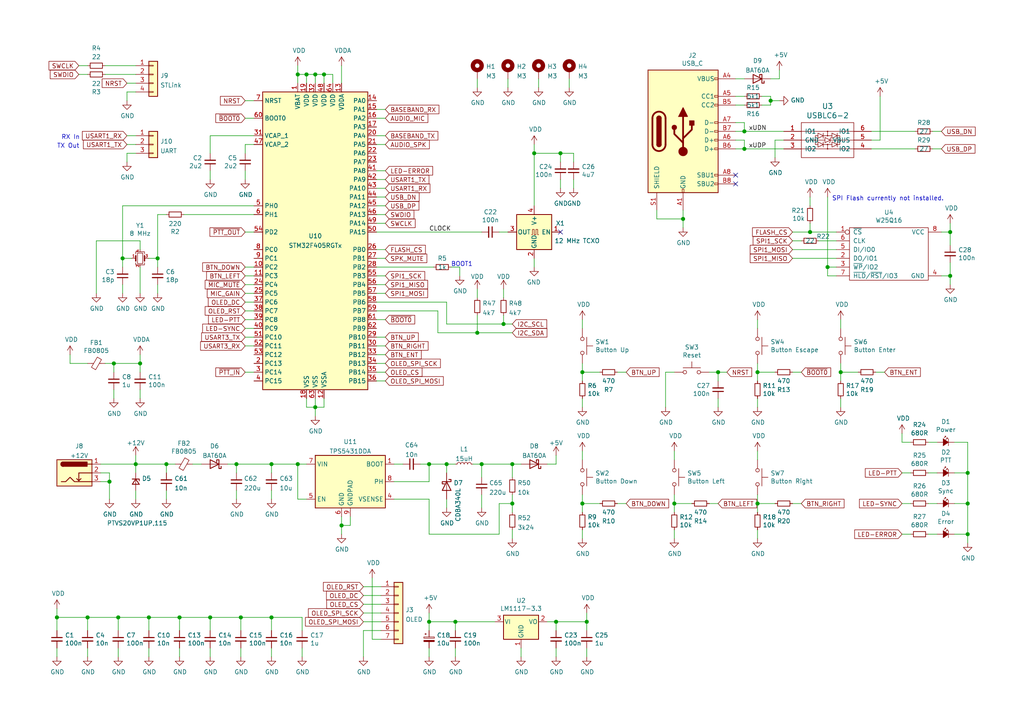
<source format=kicad_sch>
(kicad_sch (version 20210621) (generator eeschema)
  (paper "A4")
  (junction (at 16.51 179.07) (diameter 1.016))
  (junction (at 25.4 179.07) (diameter 1.016))
  (junction (at 31.75 139.7) (diameter 1.016))
  (junction (at 33.02 105.41) (diameter 1.016))
  (junction (at 34.29 179.07) (diameter 1.016))
  (junction (at 35.56 74.93) (diameter 1.016))
  (junction (at 39.37 134.62) (diameter 1.016))
  (junction (at 40.64 105.41) (diameter 1.016))
  (junction (at 43.18 179.07) (diameter 1.016))
  (junction (at 45.72 74.93) (diameter 1.016))
  (junction (at 48.26 134.62) (diameter 1.016))
  (junction (at 52.07 179.07) (diameter 1.016))
  (junction (at 60.96 179.07) (diameter 1.016))
  (junction (at 68.58 134.62) (diameter 1.016))
  (junction (at 69.85 179.07) (diameter 1.016))
  (junction (at 78.74 134.62) (diameter 1.016))
  (junction (at 78.74 179.07) (diameter 1.016))
  (junction (at 86.36 21.59) (diameter 1.016))
  (junction (at 86.36 134.62) (diameter 1.016))
  (junction (at 88.9 21.59) (diameter 1.016))
  (junction (at 91.44 21.59) (diameter 1.016))
  (junction (at 91.44 118.11) (diameter 1.016))
  (junction (at 93.98 21.59) (diameter 1.016))
  (junction (at 99.06 152.4) (diameter 1.016))
  (junction (at 124.46 134.62) (diameter 1.016))
  (junction (at 124.46 180.34) (diameter 1.016))
  (junction (at 129.54 134.62) (diameter 1.016))
  (junction (at 132.08 180.34) (diameter 1.016))
  (junction (at 138.43 96.52) (diameter 1.016))
  (junction (at 139.7 134.62) (diameter 1.016))
  (junction (at 146.05 93.98) (diameter 1.016))
  (junction (at 148.59 134.62) (diameter 1.016))
  (junction (at 148.59 146.05) (diameter 1.016))
  (junction (at 154.94 44.45) (diameter 1.016))
  (junction (at 161.29 180.34) (diameter 1.016))
  (junction (at 162.56 44.45) (diameter 1.016))
  (junction (at 168.91 107.95) (diameter 1.016))
  (junction (at 168.91 146.05) (diameter 1.016))
  (junction (at 170.18 180.34) (diameter 1.016))
  (junction (at 195.58 146.05) (diameter 1.016))
  (junction (at 198.12 63.5) (diameter 1.016))
  (junction (at 208.28 107.95) (diameter 1.016))
  (junction (at 215.9 38.1) (diameter 1.016))
  (junction (at 215.9 43.18) (diameter 1.016))
  (junction (at 219.71 107.95) (diameter 1.016))
  (junction (at 219.71 146.05) (diameter 1.016))
  (junction (at 223.52 29.21) (diameter 1.016))
  (junction (at 234.95 67.31) (diameter 1.016))
  (junction (at 240.03 77.47) (diameter 1.016))
  (junction (at 243.84 107.95) (diameter 1.016))
  (junction (at 275.59 67.31) (diameter 1.016))
  (junction (at 275.59 80.01) (diameter 1.016))
  (junction (at 280.67 137.16) (diameter 1.016))
  (junction (at 280.67 146.05) (diameter 1.016))
  (junction (at 280.67 154.94) (diameter 1.016))
  (no_connect (at 162.56 67.31))
  (no_connect (at 213.36 50.8))
  (no_connect (at 213.36 53.34))
  (wire (pts (xy 16.51 176.53) (xy 16.51 179.07)))
  (wire (pts (xy 16.51 179.07) (xy 25.4 179.07)))
  (wire (pts (xy 16.51 182.88) (xy 16.51 179.07)))
  (wire (pts (xy 16.51 187.96) (xy 16.51 190.5)))
  (wire (pts (xy 20.32 105.41) (xy 20.32 102.87)))
  (wire (pts (xy 25.4 19.05) (xy 22.86 19.05)))
  (wire (pts (xy 25.4 21.59) (xy 22.86 21.59)))
  (wire (pts (xy 25.4 105.41) (xy 20.32 105.41)))
  (wire (pts (xy 25.4 179.07) (xy 25.4 182.88)))
  (wire (pts (xy 25.4 179.07) (xy 34.29 179.07)))
  (wire (pts (xy 25.4 187.96) (xy 25.4 190.5)))
  (wire (pts (xy 27.94 69.85) (xy 27.94 85.09)))
  (wire (pts (xy 29.21 134.62) (xy 39.37 134.62)))
  (wire (pts (xy 29.21 137.16) (xy 31.75 137.16)))
  (wire (pts (xy 29.21 139.7) (xy 31.75 139.7)))
  (wire (pts (xy 30.48 19.05) (xy 39.37 19.05)))
  (wire (pts (xy 30.48 21.59) (xy 39.37 21.59)))
  (wire (pts (xy 30.48 105.41) (xy 33.02 105.41)))
  (wire (pts (xy 31.75 137.16) (xy 31.75 139.7)))
  (wire (pts (xy 31.75 139.7) (xy 31.75 144.78)))
  (wire (pts (xy 33.02 105.41) (xy 33.02 107.95)))
  (wire (pts (xy 33.02 105.41) (xy 40.64 105.41)))
  (wire (pts (xy 33.02 113.03) (xy 33.02 115.57)))
  (wire (pts (xy 34.29 179.07) (xy 34.29 182.88)))
  (wire (pts (xy 34.29 179.07) (xy 43.18 179.07)))
  (wire (pts (xy 34.29 187.96) (xy 34.29 190.5)))
  (wire (pts (xy 35.56 59.69) (xy 35.56 74.93)))
  (wire (pts (xy 35.56 59.69) (xy 73.66 59.69)))
  (wire (pts (xy 35.56 74.93) (xy 35.56 77.47)))
  (wire (pts (xy 35.56 74.93) (xy 38.1 74.93)))
  (wire (pts (xy 35.56 82.55) (xy 35.56 85.09)))
  (wire (pts (xy 36.83 26.67) (xy 36.83 29.21)))
  (wire (pts (xy 36.83 39.37) (xy 39.37 39.37)))
  (wire (pts (xy 36.83 41.91) (xy 39.37 41.91)))
  (wire (pts (xy 36.83 44.45) (xy 36.83 46.99)))
  (wire (pts (xy 39.37 24.13) (xy 36.83 24.13)))
  (wire (pts (xy 39.37 26.67) (xy 36.83 26.67)))
  (wire (pts (xy 39.37 44.45) (xy 36.83 44.45)))
  (wire (pts (xy 39.37 132.08) (xy 39.37 134.62)))
  (wire (pts (xy 39.37 134.62) (xy 39.37 137.16)))
  (wire (pts (xy 39.37 142.24) (xy 39.37 144.78)))
  (wire (pts (xy 40.64 69.85) (xy 27.94 69.85)))
  (wire (pts (xy 40.64 72.39) (xy 40.64 69.85)))
  (wire (pts (xy 40.64 77.47) (xy 40.64 85.09)))
  (wire (pts (xy 40.64 105.41) (xy 40.64 102.87)))
  (wire (pts (xy 40.64 105.41) (xy 40.64 107.95)))
  (wire (pts (xy 40.64 113.03) (xy 40.64 115.57)))
  (wire (pts (xy 43.18 74.93) (xy 45.72 74.93)))
  (wire (pts (xy 43.18 179.07) (xy 43.18 182.88)))
  (wire (pts (xy 43.18 179.07) (xy 52.07 179.07)))
  (wire (pts (xy 43.18 187.96) (xy 43.18 190.5)))
  (wire (pts (xy 45.72 62.23) (xy 45.72 74.93)))
  (wire (pts (xy 45.72 74.93) (xy 45.72 77.47)))
  (wire (pts (xy 45.72 82.55) (xy 45.72 85.09)))
  (wire (pts (xy 48.26 62.23) (xy 45.72 62.23)))
  (wire (pts (xy 48.26 134.62) (xy 39.37 134.62)))
  (wire (pts (xy 48.26 134.62) (xy 48.26 137.16)))
  (wire (pts (xy 48.26 142.24) (xy 48.26 144.78)))
  (wire (pts (xy 50.8 134.62) (xy 48.26 134.62)))
  (wire (pts (xy 52.07 179.07) (xy 52.07 182.88)))
  (wire (pts (xy 52.07 179.07) (xy 60.96 179.07)))
  (wire (pts (xy 52.07 187.96) (xy 52.07 190.5)))
  (wire (pts (xy 53.34 62.23) (xy 73.66 62.23)))
  (wire (pts (xy 55.88 134.62) (xy 58.42 134.62)))
  (wire (pts (xy 60.96 39.37) (xy 60.96 44.45)))
  (wire (pts (xy 60.96 39.37) (xy 73.66 39.37)))
  (wire (pts (xy 60.96 49.53) (xy 60.96 52.07)))
  (wire (pts (xy 60.96 179.07) (xy 60.96 182.88)))
  (wire (pts (xy 60.96 179.07) (xy 69.85 179.07)))
  (wire (pts (xy 60.96 187.96) (xy 60.96 190.5)))
  (wire (pts (xy 66.04 134.62) (xy 68.58 134.62)))
  (wire (pts (xy 68.58 134.62) (xy 68.58 137.16)))
  (wire (pts (xy 68.58 142.24) (xy 68.58 144.78)))
  (wire (pts (xy 69.85 179.07) (xy 69.85 182.88)))
  (wire (pts (xy 69.85 179.07) (xy 78.74 179.07)))
  (wire (pts (xy 69.85 187.96) (xy 69.85 190.5)))
  (wire (pts (xy 71.12 29.21) (xy 73.66 29.21)))
  (wire (pts (xy 71.12 34.29) (xy 73.66 34.29)))
  (wire (pts (xy 71.12 41.91) (xy 71.12 44.45)))
  (wire (pts (xy 71.12 41.91) (xy 73.66 41.91)))
  (wire (pts (xy 71.12 49.53) (xy 71.12 52.07)))
  (wire (pts (xy 71.12 67.31) (xy 73.66 67.31)))
  (wire (pts (xy 71.12 77.47) (xy 73.66 77.47)))
  (wire (pts (xy 71.12 80.01) (xy 73.66 80.01)))
  (wire (pts (xy 71.12 82.55) (xy 73.66 82.55)))
  (wire (pts (xy 71.12 85.09) (xy 73.66 85.09)))
  (wire (pts (xy 71.12 87.63) (xy 73.66 87.63)))
  (wire (pts (xy 71.12 90.17) (xy 73.66 90.17)))
  (wire (pts (xy 71.12 97.79) (xy 73.66 97.79)))
  (wire (pts (xy 71.12 100.33) (xy 73.66 100.33)))
  (wire (pts (xy 71.12 107.95) (xy 73.66 107.95)))
  (wire (pts (xy 73.66 92.71) (xy 71.12 92.71)))
  (wire (pts (xy 73.66 95.25) (xy 71.12 95.25)))
  (wire (pts (xy 78.74 134.62) (xy 68.58 134.62)))
  (wire (pts (xy 78.74 134.62) (xy 78.74 137.16)))
  (wire (pts (xy 78.74 142.24) (xy 78.74 144.78)))
  (wire (pts (xy 78.74 179.07) (xy 78.74 182.88)))
  (wire (pts (xy 78.74 179.07) (xy 87.63 179.07)))
  (wire (pts (xy 78.74 187.96) (xy 78.74 190.5)))
  (wire (pts (xy 86.36 21.59) (xy 86.36 19.05)))
  (wire (pts (xy 86.36 21.59) (xy 86.36 24.13)))
  (wire (pts (xy 86.36 134.62) (xy 78.74 134.62)))
  (wire (pts (xy 86.36 134.62) (xy 86.36 144.78)))
  (wire (pts (xy 86.36 144.78) (xy 88.9 144.78)))
  (wire (pts (xy 87.63 179.07) (xy 87.63 182.88)))
  (wire (pts (xy 87.63 187.96) (xy 87.63 190.5)))
  (wire (pts (xy 88.9 21.59) (xy 86.36 21.59)))
  (wire (pts (xy 88.9 24.13) (xy 88.9 21.59)))
  (wire (pts (xy 88.9 115.57) (xy 88.9 118.11)))
  (wire (pts (xy 88.9 118.11) (xy 91.44 118.11)))
  (wire (pts (xy 88.9 134.62) (xy 86.36 134.62)))
  (wire (pts (xy 91.44 21.59) (xy 88.9 21.59)))
  (wire (pts (xy 91.44 24.13) (xy 91.44 21.59)))
  (wire (pts (xy 91.44 115.57) (xy 91.44 118.11)))
  (wire (pts (xy 91.44 118.11) (xy 91.44 120.65)))
  (wire (pts (xy 91.44 118.11) (xy 93.98 118.11)))
  (wire (pts (xy 93.98 21.59) (xy 91.44 21.59)))
  (wire (pts (xy 93.98 24.13) (xy 93.98 21.59)))
  (wire (pts (xy 93.98 115.57) (xy 93.98 118.11)))
  (wire (pts (xy 96.52 21.59) (xy 93.98 21.59)))
  (wire (pts (xy 96.52 24.13) (xy 96.52 21.59)))
  (wire (pts (xy 99.06 19.05) (xy 99.06 24.13)))
  (wire (pts (xy 99.06 149.86) (xy 99.06 152.4)))
  (wire (pts (xy 99.06 152.4) (xy 99.06 154.94)))
  (wire (pts (xy 99.06 152.4) (xy 101.6 152.4)))
  (wire (pts (xy 101.6 152.4) (xy 101.6 149.86)))
  (wire (pts (xy 105.41 170.18) (xy 110.49 170.18)))
  (wire (pts (xy 105.41 172.72) (xy 110.49 172.72)))
  (wire (pts (xy 105.41 175.26) (xy 110.49 175.26)))
  (wire (pts (xy 105.41 177.8) (xy 110.49 177.8)))
  (wire (pts (xy 105.41 180.34) (xy 110.49 180.34)))
  (wire (pts (xy 105.41 182.88) (xy 105.41 190.5)))
  (wire (pts (xy 107.95 185.42) (xy 107.95 167.64)))
  (wire (pts (xy 109.22 31.75) (xy 111.76 31.75)))
  (wire (pts (xy 109.22 34.29) (xy 111.76 34.29)))
  (wire (pts (xy 109.22 39.37) (xy 111.76 39.37)))
  (wire (pts (xy 109.22 41.91) (xy 111.76 41.91)))
  (wire (pts (xy 109.22 49.53) (xy 111.76 49.53)))
  (wire (pts (xy 109.22 52.07) (xy 111.76 52.07)))
  (wire (pts (xy 109.22 54.61) (xy 111.76 54.61)))
  (wire (pts (xy 109.22 67.31) (xy 139.7 67.31)))
  (wire (pts (xy 109.22 74.93) (xy 111.76 74.93)))
  (wire (pts (xy 109.22 77.47) (xy 125.73 77.47)))
  (wire (pts (xy 109.22 80.01) (xy 111.76 80.01)))
  (wire (pts (xy 109.22 87.63) (xy 129.54 87.63)))
  (wire (pts (xy 109.22 90.17) (xy 127 90.17)))
  (wire (pts (xy 109.22 92.71) (xy 111.76 92.71)))
  (wire (pts (xy 109.22 97.79) (xy 111.76 97.79)))
  (wire (pts (xy 109.22 100.33) (xy 111.76 100.33)))
  (wire (pts (xy 109.22 102.87) (xy 111.76 102.87)))
  (wire (pts (xy 109.22 105.41) (xy 111.76 105.41)))
  (wire (pts (xy 109.22 107.95) (xy 111.76 107.95)))
  (wire (pts (xy 109.22 110.49) (xy 111.76 110.49)))
  (wire (pts (xy 110.49 182.88) (xy 105.41 182.88)))
  (wire (pts (xy 110.49 185.42) (xy 107.95 185.42)))
  (wire (pts (xy 111.76 57.15) (xy 109.22 57.15)))
  (wire (pts (xy 111.76 59.69) (xy 109.22 59.69)))
  (wire (pts (xy 111.76 62.23) (xy 109.22 62.23)))
  (wire (pts (xy 111.76 64.77) (xy 109.22 64.77)))
  (wire (pts (xy 111.76 72.39) (xy 109.22 72.39)))
  (wire (pts (xy 111.76 82.55) (xy 109.22 82.55)))
  (wire (pts (xy 111.76 85.09) (xy 109.22 85.09)))
  (wire (pts (xy 114.3 134.62) (xy 116.84 134.62)))
  (wire (pts (xy 114.3 139.7) (xy 124.46 139.7)))
  (wire (pts (xy 114.3 144.78) (xy 124.46 144.78)))
  (wire (pts (xy 124.46 134.62) (xy 121.92 134.62)))
  (wire (pts (xy 124.46 134.62) (xy 129.54 134.62)))
  (wire (pts (xy 124.46 139.7) (xy 124.46 134.62)))
  (wire (pts (xy 124.46 144.78) (xy 124.46 154.94)))
  (wire (pts (xy 124.46 154.94) (xy 144.78 154.94)))
  (wire (pts (xy 124.46 180.34) (xy 124.46 177.8)))
  (wire (pts (xy 124.46 180.34) (xy 124.46 182.88)))
  (wire (pts (xy 124.46 187.96) (xy 124.46 190.5)))
  (wire (pts (xy 127 90.17) (xy 127 96.52)))
  (wire (pts (xy 127 96.52) (xy 138.43 96.52)))
  (wire (pts (xy 129.54 87.63) (xy 129.54 93.98)))
  (wire (pts (xy 129.54 93.98) (xy 146.05 93.98)))
  (wire (pts (xy 129.54 134.62) (xy 129.54 137.16)))
  (wire (pts (xy 129.54 134.62) (xy 132.08 134.62)))
  (wire (pts (xy 129.54 144.78) (xy 129.54 147.32)))
  (wire (pts (xy 130.81 77.47) (xy 133.35 77.47)))
  (wire (pts (xy 132.08 180.34) (xy 124.46 180.34)))
  (wire (pts (xy 132.08 180.34) (xy 132.08 182.88)))
  (wire (pts (xy 132.08 187.96) (xy 132.08 190.5)))
  (wire (pts (xy 133.35 77.47) (xy 133.35 80.01)))
  (wire (pts (xy 137.16 134.62) (xy 139.7 134.62)))
  (wire (pts (xy 138.43 22.86) (xy 138.43 25.4)))
  (wire (pts (xy 138.43 83.82) (xy 138.43 86.36)))
  (wire (pts (xy 138.43 91.44) (xy 138.43 96.52)))
  (wire (pts (xy 138.43 96.52) (xy 148.59 96.52)))
  (wire (pts (xy 139.7 134.62) (xy 139.7 138.43)))
  (wire (pts (xy 139.7 134.62) (xy 148.59 134.62)))
  (wire (pts (xy 139.7 143.51) (xy 139.7 147.32)))
  (wire (pts (xy 143.51 180.34) (xy 132.08 180.34)))
  (wire (pts (xy 144.78 67.31) (xy 147.32 67.31)))
  (wire (pts (xy 144.78 146.05) (xy 148.59 146.05)))
  (wire (pts (xy 144.78 154.94) (xy 144.78 146.05)))
  (wire (pts (xy 146.05 83.82) (xy 146.05 86.36)))
  (wire (pts (xy 146.05 91.44) (xy 146.05 93.98)))
  (wire (pts (xy 146.05 93.98) (xy 148.59 93.98)))
  (wire (pts (xy 147.32 22.86) (xy 147.32 25.4)))
  (wire (pts (xy 148.59 134.62) (xy 148.59 138.43)))
  (wire (pts (xy 148.59 134.62) (xy 151.13 134.62)))
  (wire (pts (xy 148.59 146.05) (xy 148.59 143.51)))
  (wire (pts (xy 148.59 146.05) (xy 148.59 148.59)))
  (wire (pts (xy 148.59 153.67) (xy 148.59 156.21)))
  (wire (pts (xy 151.13 187.96) (xy 151.13 190.5)))
  (wire (pts (xy 154.94 44.45) (xy 154.94 41.91)))
  (wire (pts (xy 154.94 44.45) (xy 162.56 44.45)))
  (wire (pts (xy 154.94 59.69) (xy 154.94 44.45)))
  (wire (pts (xy 154.94 74.93) (xy 154.94 77.47)))
  (wire (pts (xy 156.21 22.86) (xy 156.21 25.4)))
  (wire (pts (xy 158.75 134.62) (xy 161.29 134.62)))
  (wire (pts (xy 158.75 180.34) (xy 161.29 180.34)))
  (wire (pts (xy 161.29 132.08) (xy 161.29 134.62)))
  (wire (pts (xy 161.29 180.34) (xy 161.29 182.88)))
  (wire (pts (xy 161.29 180.34) (xy 170.18 180.34)))
  (wire (pts (xy 161.29 187.96) (xy 161.29 190.5)))
  (wire (pts (xy 162.56 44.45) (xy 162.56 46.99)))
  (wire (pts (xy 162.56 44.45) (xy 166.37 44.45)))
  (wire (pts (xy 162.56 52.07) (xy 162.56 54.61)))
  (wire (pts (xy 165.1 22.86) (xy 165.1 25.4)))
  (wire (pts (xy 166.37 44.45) (xy 166.37 46.99)))
  (wire (pts (xy 166.37 52.07) (xy 166.37 54.61)))
  (wire (pts (xy 168.91 92.71) (xy 168.91 95.25)))
  (wire (pts (xy 168.91 105.41) (xy 168.91 107.95)))
  (wire (pts (xy 168.91 107.95) (xy 168.91 110.49)))
  (wire (pts (xy 168.91 107.95) (xy 173.99 107.95)))
  (wire (pts (xy 168.91 115.57) (xy 168.91 118.11)))
  (wire (pts (xy 168.91 130.81) (xy 168.91 133.35)))
  (wire (pts (xy 168.91 143.51) (xy 168.91 146.05)))
  (wire (pts (xy 168.91 146.05) (xy 168.91 148.59)))
  (wire (pts (xy 168.91 146.05) (xy 173.99 146.05)))
  (wire (pts (xy 168.91 153.67) (xy 168.91 156.21)))
  (wire (pts (xy 170.18 180.34) (xy 170.18 177.8)))
  (wire (pts (xy 170.18 180.34) (xy 170.18 182.88)))
  (wire (pts (xy 170.18 187.96) (xy 170.18 190.5)))
  (wire (pts (xy 179.07 107.95) (xy 181.61 107.95)))
  (wire (pts (xy 179.07 146.05) (xy 181.61 146.05)))
  (wire (pts (xy 190.5 60.96) (xy 190.5 63.5)))
  (wire (pts (xy 190.5 63.5) (xy 198.12 63.5)))
  (wire (pts (xy 193.04 107.95) (xy 193.04 118.11)))
  (wire (pts (xy 193.04 107.95) (xy 195.58 107.95)))
  (wire (pts (xy 195.58 130.81) (xy 195.58 133.35)))
  (wire (pts (xy 195.58 143.51) (xy 195.58 146.05)))
  (wire (pts (xy 195.58 146.05) (xy 195.58 148.59)))
  (wire (pts (xy 195.58 146.05) (xy 200.66 146.05)))
  (wire (pts (xy 195.58 153.67) (xy 195.58 156.21)))
  (wire (pts (xy 198.12 63.5) (xy 198.12 60.96)))
  (wire (pts (xy 198.12 63.5) (xy 198.12 66.04)))
  (wire (pts (xy 205.74 107.95) (xy 208.28 107.95)))
  (wire (pts (xy 205.74 146.05) (xy 208.28 146.05)))
  (wire (pts (xy 208.28 107.95) (xy 208.28 110.49)))
  (wire (pts (xy 208.28 107.95) (xy 210.82 107.95)))
  (wire (pts (xy 208.28 115.57) (xy 208.28 118.11)))
  (wire (pts (xy 213.36 22.86) (xy 215.9 22.86)))
  (wire (pts (xy 213.36 27.94) (xy 215.9 27.94)))
  (wire (pts (xy 213.36 30.48) (xy 215.9 30.48)))
  (wire (pts (xy 213.36 35.56) (xy 215.9 35.56)))
  (wire (pts (xy 213.36 38.1) (xy 215.9 38.1)))
  (wire (pts (xy 213.36 40.64) (xy 215.9 40.64)))
  (wire (pts (xy 213.36 43.18) (xy 215.9 43.18)))
  (wire (pts (xy 215.9 35.56) (xy 215.9 38.1)))
  (wire (pts (xy 215.9 38.1) (xy 227.33 38.1)))
  (wire (pts (xy 215.9 40.64) (xy 215.9 43.18)))
  (wire (pts (xy 215.9 43.18) (xy 227.33 43.18)))
  (wire (pts (xy 219.71 92.71) (xy 219.71 95.25)))
  (wire (pts (xy 219.71 105.41) (xy 219.71 107.95)))
  (wire (pts (xy 219.71 107.95) (xy 219.71 110.49)))
  (wire (pts (xy 219.71 107.95) (xy 224.79 107.95)))
  (wire (pts (xy 219.71 115.57) (xy 219.71 118.11)))
  (wire (pts (xy 219.71 130.81) (xy 219.71 133.35)))
  (wire (pts (xy 219.71 143.51) (xy 219.71 146.05)))
  (wire (pts (xy 219.71 146.05) (xy 219.71 148.59)))
  (wire (pts (xy 219.71 146.05) (xy 224.79 146.05)))
  (wire (pts (xy 219.71 153.67) (xy 219.71 156.21)))
  (wire (pts (xy 220.98 27.94) (xy 223.52 27.94)))
  (wire (pts (xy 223.52 22.86) (xy 226.06 22.86)))
  (wire (pts (xy 223.52 27.94) (xy 223.52 29.21)))
  (wire (pts (xy 223.52 29.21) (xy 223.52 30.48)))
  (wire (pts (xy 223.52 29.21) (xy 226.06 29.21)))
  (wire (pts (xy 223.52 30.48) (xy 220.98 30.48)))
  (wire (pts (xy 224.79 40.64) (xy 224.79 45.72)))
  (wire (pts (xy 226.06 22.86) (xy 226.06 20.32)))
  (wire (pts (xy 227.33 40.64) (xy 224.79 40.64)))
  (wire (pts (xy 229.87 67.31) (xy 234.95 67.31)))
  (wire (pts (xy 229.87 107.95) (xy 232.41 107.95)))
  (wire (pts (xy 229.87 146.05) (xy 232.41 146.05)))
  (wire (pts (xy 232.41 69.85) (xy 229.87 69.85)))
  (wire (pts (xy 234.95 59.69) (xy 234.95 57.15)))
  (wire (pts (xy 234.95 67.31) (xy 234.95 64.77)))
  (wire (pts (xy 240.03 77.47) (xy 240.03 57.15)))
  (wire (pts (xy 240.03 80.01) (xy 240.03 77.47)))
  (wire (pts (xy 242.57 67.31) (xy 234.95 67.31)))
  (wire (pts (xy 242.57 69.85) (xy 237.49 69.85)))
  (wire (pts (xy 242.57 72.39) (xy 229.87 72.39)))
  (wire (pts (xy 242.57 74.93) (xy 229.87 74.93)))
  (wire (pts (xy 242.57 77.47) (xy 240.03 77.47)))
  (wire (pts (xy 242.57 80.01) (xy 240.03 80.01)))
  (wire (pts (xy 243.84 92.71) (xy 243.84 95.25)))
  (wire (pts (xy 243.84 105.41) (xy 243.84 107.95)))
  (wire (pts (xy 243.84 107.95) (xy 243.84 110.49)))
  (wire (pts (xy 243.84 107.95) (xy 248.92 107.95)))
  (wire (pts (xy 243.84 115.57) (xy 243.84 118.11)))
  (wire (pts (xy 252.73 38.1) (xy 265.43 38.1)))
  (wire (pts (xy 252.73 40.64) (xy 255.27 40.64)))
  (wire (pts (xy 252.73 43.18) (xy 265.43 43.18)))
  (wire (pts (xy 254 107.95) (xy 256.54 107.95)))
  (wire (pts (xy 255.27 27.94) (xy 255.27 40.64)))
  (wire (pts (xy 261.62 128.27) (xy 261.62 125.73)))
  (wire (pts (xy 264.16 128.27) (xy 261.62 128.27)))
  (wire (pts (xy 264.16 137.16) (xy 261.62 137.16)))
  (wire (pts (xy 264.16 146.05) (xy 261.62 146.05)))
  (wire (pts (xy 264.16 154.94) (xy 261.62 154.94)))
  (wire (pts (xy 269.24 128.27) (xy 271.78 128.27)))
  (wire (pts (xy 269.24 137.16) (xy 271.78 137.16)))
  (wire (pts (xy 269.24 146.05) (xy 271.78 146.05)))
  (wire (pts (xy 269.24 154.94) (xy 271.78 154.94)))
  (wire (pts (xy 270.51 38.1) (xy 273.05 38.1)))
  (wire (pts (xy 270.51 43.18) (xy 273.05 43.18)))
  (wire (pts (xy 273.05 67.31) (xy 275.59 67.31)))
  (wire (pts (xy 273.05 80.01) (xy 275.59 80.01)))
  (wire (pts (xy 275.59 67.31) (xy 275.59 64.77)))
  (wire (pts (xy 275.59 67.31) (xy 275.59 71.12)))
  (wire (pts (xy 275.59 80.01) (xy 275.59 76.2)))
  (wire (pts (xy 275.59 80.01) (xy 275.59 82.55)))
  (wire (pts (xy 276.86 128.27) (xy 280.67 128.27)))
  (wire (pts (xy 276.86 137.16) (xy 280.67 137.16)))
  (wire (pts (xy 276.86 146.05) (xy 280.67 146.05)))
  (wire (pts (xy 276.86 154.94) (xy 280.67 154.94)))
  (wire (pts (xy 280.67 128.27) (xy 280.67 137.16)))
  (wire (pts (xy 280.67 137.16) (xy 280.67 146.05)))
  (wire (pts (xy 280.67 146.05) (xy 280.67 154.94)))
  (wire (pts (xy 280.67 154.94) (xy 280.67 157.48)))
  (text "TX Out" (at 16.51 43.18 0) (effects (font (size 1.27 1.27)) (justify left bottom)))
  (text "RX In" (at 17.78 40.64 0) (effects (font (size 1.27 1.27)) (justify left bottom)))
  (text "BOOT1" (at 130.81 77.47 0) (effects (font (size 1.27 1.27)) (justify left bottom)))
  (text "SPI Flash currently not installed." (at 241.3 58.42 0) (effects (font (size 1.27 1.27)) (justify left bottom)))
  (label "CLOCK" (at 124.46 67.31 0))
  (label "xUDN" (at 217.17 38.1 0))
  (label "xUDP" (at 217.17 43.18 0))
  (global_label "SWCLK" (shape input) (at 22.86 19.05 180) (property "Intersheet References" "${INTERSHEET_REFS}" (effects hide)))
  (global_label "SWDIO" (shape input) (at 22.86 21.59 180) (property "Intersheet References" "${INTERSHEET_REFS}" (effects hide)))
  (global_label "NRST" (shape input) (at 36.83 24.13 180) (property "Intersheet References" "${INTERSHEET_REFS}" (effects hide)))
  (global_label "USART1_RX" (shape input) (at 36.83 39.37 180) (property "Intersheet References" "${INTERSHEET_REFS}" (effects hide)))
  (global_label "USART1_TX" (shape input) (at 36.83 41.91 180) (property "Intersheet References" "${INTERSHEET_REFS}" (effects hide)))
  (global_label "NRST" (shape input) (at 71.12 29.21 180) (property "Intersheet References" "${INTERSHEET_REFS}" (effects hide)))
  (global_label "~{BOOT0}" (shape input) (at 71.12 34.29 180) (property "Intersheet References" "${INTERSHEET_REFS}" (effects hide)))
  (global_label "~{PTT_OUT}" (shape input) (at 71.12 67.31 180) (property "Intersheet References" "${INTERSHEET_REFS}" (effects hide)))
  (global_label "BTN_DOWN" (shape input) (at 71.12 77.47 180) (property "Intersheet References" "${INTERSHEET_REFS}" (effects hide)))
  (global_label "BTN_LEFT" (shape input) (at 71.12 80.01 180) (property "Intersheet References" "${INTERSHEET_REFS}" (effects hide)))
  (global_label "~{MIC_MUTE}" (shape input) (at 71.12 82.55 180) (property "Intersheet References" "${INTERSHEET_REFS}" (effects hide)))
  (global_label "MIC_GAIN" (shape input) (at 71.12 85.09 180) (property "Intersheet References" "${INTERSHEET_REFS}" (effects hide)))
  (global_label "OLED_DC" (shape input) (at 71.12 87.63 180) (property "Intersheet References" "${INTERSHEET_REFS}" (effects hide)))
  (global_label "OLED_RST" (shape input) (at 71.12 90.17 180) (property "Intersheet References" "${INTERSHEET_REFS}" (effects hide)))
  (global_label "LED-PTT" (shape input) (at 71.12 92.71 180) (property "Intersheet References" "${INTERSHEET_REFS}" (effects hide)))
  (global_label "LED-SYNC" (shape input) (at 71.12 95.25 180) (property "Intersheet References" "${INTERSHEET_REFS}" (effects hide)))
  (global_label "USART3_TX" (shape input) (at 71.12 97.79 180) (property "Intersheet References" "${INTERSHEET_REFS}" (effects hide)))
  (global_label "USART3_RX" (shape input) (at 71.12 100.33 180) (property "Intersheet References" "${INTERSHEET_REFS}" (effects hide)))
  (global_label "~{PTT_IN}" (shape input) (at 71.12 107.95 180) (property "Intersheet References" "${INTERSHEET_REFS}" (effects hide)))
  (global_label "OLED_RST" (shape input) (at 105.41 170.18 180) (property "Intersheet References" "${INTERSHEET_REFS}" (effects hide)))
  (global_label "OLED_DC" (shape input) (at 105.41 172.72 180) (property "Intersheet References" "${INTERSHEET_REFS}" (effects hide)))
  (global_label "OLED_CS" (shape input) (at 105.41 175.26 180) (property "Intersheet References" "${INTERSHEET_REFS}" (effects hide)))
  (global_label "OLED_SPI_SCK" (shape input) (at 105.41 177.8 180) (property "Intersheet References" "${INTERSHEET_REFS}" (effects hide)))
  (global_label "OLED_SPI_MOSI" (shape input) (at 105.41 180.34 180) (property "Intersheet References" "${INTERSHEET_REFS}" (effects hide)))
  (global_label "BASEBAND_RX" (shape input) (at 111.76 31.75 0) (property "Intersheet References" "${INTERSHEET_REFS}" (effects hide)))
  (global_label "AUDIO_MIC" (shape input) (at 111.76 34.29 0) (property "Intersheet References" "${INTERSHEET_REFS}" (effects hide)))
  (global_label "BASEBAND_TX" (shape input) (at 111.76 39.37 0) (property "Intersheet References" "${INTERSHEET_REFS}" (effects hide)))
  (global_label "AUDIO_SPK" (shape input) (at 111.76 41.91 0) (property "Intersheet References" "${INTERSHEET_REFS}" (effects hide)))
  (global_label "LED-ERROR" (shape input) (at 111.76 49.53 0) (property "Intersheet References" "${INTERSHEET_REFS}" (effects hide)))
  (global_label "USART1_TX" (shape input) (at 111.76 52.07 0) (property "Intersheet References" "${INTERSHEET_REFS}" (effects hide)))
  (global_label "USART1_RX" (shape input) (at 111.76 54.61 0) (property "Intersheet References" "${INTERSHEET_REFS}" (effects hide)))
  (global_label "USB_DN" (shape input) (at 111.76 57.15 0) (property "Intersheet References" "${INTERSHEET_REFS}" (effects hide)))
  (global_label "USB_DP" (shape input) (at 111.76 59.69 0) (property "Intersheet References" "${INTERSHEET_REFS}" (effects hide)))
  (global_label "SWDIO" (shape input) (at 111.76 62.23 0) (property "Intersheet References" "${INTERSHEET_REFS}" (effects hide)))
  (global_label "SWCLK" (shape input) (at 111.76 64.77 0) (property "Intersheet References" "${INTERSHEET_REFS}" (effects hide)))
  (global_label "FLASH_CS" (shape input) (at 111.76 72.39 0) (property "Intersheet References" "${INTERSHEET_REFS}" (effects hide)))
  (global_label "SPK_MUTE" (shape input) (at 111.76 74.93 0) (property "Intersheet References" "${INTERSHEET_REFS}" (effects hide)))
  (global_label "SPI1_SCK" (shape input) (at 111.76 80.01 0) (property "Intersheet References" "${INTERSHEET_REFS}" (effects hide)))
  (global_label "SPI1_MISO" (shape input) (at 111.76 82.55 0) (property "Intersheet References" "${INTERSHEET_REFS}" (effects hide)))
  (global_label "SPI1_MOSI" (shape input) (at 111.76 85.09 0) (property "Intersheet References" "${INTERSHEET_REFS}" (effects hide)))
  (global_label "~{BOOT0}" (shape input) (at 111.76 92.71 0) (property "Intersheet References" "${INTERSHEET_REFS}" (effects hide)))
  (global_label "BTN_UP" (shape input) (at 111.76 97.79 0) (property "Intersheet References" "${INTERSHEET_REFS}" (effects hide)))
  (global_label "BTN_RIGHT" (shape input) (at 111.76 100.33 0) (property "Intersheet References" "${INTERSHEET_REFS}" (effects hide)))
  (global_label "BTN_ENT" (shape input) (at 111.76 102.87 0) (property "Intersheet References" "${INTERSHEET_REFS}" (effects hide)))
  (global_label "OLED_SPI_SCK" (shape input) (at 111.76 105.41 0) (property "Intersheet References" "${INTERSHEET_REFS}" (effects hide)))
  (global_label "OLED_CS" (shape input) (at 111.76 107.95 0) (property "Intersheet References" "${INTERSHEET_REFS}" (effects hide)))
  (global_label "OLED_SPI_MOSI" (shape input) (at 111.76 110.49 0) (property "Intersheet References" "${INTERSHEET_REFS}" (effects hide)))
  (global_label "I2C_SCL" (shape input) (at 148.59 93.98 0) (property "Intersheet References" "${INTERSHEET_REFS}" (effects hide)))
  (global_label "I2C_SDA" (shape input) (at 148.59 96.52 0) (property "Intersheet References" "${INTERSHEET_REFS}" (effects hide)))
  (global_label "BTN_UP" (shape input) (at 181.61 107.95 0) (property "Intersheet References" "${INTERSHEET_REFS}" (effects hide)))
  (global_label "BTN_DOWN" (shape input) (at 181.61 146.05 0) (property "Intersheet References" "${INTERSHEET_REFS}" (effects hide)))
  (global_label "BTN_LEFT" (shape input) (at 208.28 146.05 0) (property "Intersheet References" "${INTERSHEET_REFS}" (effects hide)))
  (global_label "NRST" (shape input) (at 210.82 107.95 0) (property "Intersheet References" "${INTERSHEET_REFS}" (effects hide)))
  (global_label "FLASH_CS" (shape input) (at 229.87 67.31 180) (property "Intersheet References" "${INTERSHEET_REFS}" (effects hide)))
  (global_label "SPI1_SCK" (shape input) (at 229.87 69.85 180) (property "Intersheet References" "${INTERSHEET_REFS}" (effects hide)))
  (global_label "SPI1_MOSI" (shape input) (at 229.87 72.39 180) (property "Intersheet References" "${INTERSHEET_REFS}" (effects hide)))
  (global_label "SPI1_MISO" (shape input) (at 229.87 74.93 180) (property "Intersheet References" "${INTERSHEET_REFS}" (effects hide)))
  (global_label "~{BOOT0}" (shape input) (at 232.41 107.95 0) (property "Intersheet References" "${INTERSHEET_REFS}" (effects hide)))
  (global_label "BTN_RIGHT" (shape input) (at 232.41 146.05 0) (property "Intersheet References" "${INTERSHEET_REFS}" (effects hide)))
  (global_label "BTN_ENT" (shape input) (at 256.54 107.95 0) (property "Intersheet References" "${INTERSHEET_REFS}" (effects hide)))
  (global_label "LED-PTT" (shape input) (at 261.62 137.16 180) (property "Intersheet References" "${INTERSHEET_REFS}" (effects hide)))
  (global_label "LED-SYNC" (shape input) (at 261.62 146.05 180) (property "Intersheet References" "${INTERSHEET_REFS}" (effects hide)))
  (global_label "LED-ERROR" (shape input) (at 261.62 154.94 180) (property "Intersheet References" "${INTERSHEET_REFS}" (effects hide)))
  (global_label "USB_DN" (shape input) (at 273.05 38.1 0) (property "Intersheet References" "${INTERSHEET_REFS}" (effects hide)))
  (global_label "USB_DP" (shape input) (at 273.05 43.18 0) (property "Intersheet References" "${INTERSHEET_REFS}" (effects hide)))
  (symbol (lib_id "power:VDD") (at 16.51 176.53 0) (unit 1)
    (property "Reference" "#PWR02" (effects hide))
    (property "Value" "VDD" (at 16.891 172.1358 0))
  )
  (symbol (lib_id "power:VDD") (at 20.32 102.87 0) (unit 1)
    (property "Reference" "#PWR01" (effects hide))
    (property "Value" "VDD" (at 20.701 98.4758 0))
  )
  (symbol (lib_id "power:+12V") (at 39.37 132.08 0) (unit 1)
    (property "Reference" "#PWR0126" (effects hide))
    (property "Value" "+12V" (at 39.37 128.4754 0))
  )
  (symbol (lib_id "power:VDDA") (at 40.64 102.87 0) (unit 1)
    (property "Reference" "#PWR016" (effects hide))
    (property "Value" "VDDA" (at 41.021 98.4758 0))
  )
  (symbol (lib_id "power:VDD") (at 86.36 19.05 0) (unit 1)
    (property "Reference" "#PWR019" (effects hide))
    (property "Value" "VDD" (at 86.741 14.6558 0))
  )
  (symbol (lib_id "power:VDDA") (at 99.06 19.05 0) (unit 1)
    (property "Reference" "#PWR022" (effects hide))
    (property "Value" "VDDA" (at 99.441 14.6558 0))
  )
  (symbol (lib_id "power:VDD") (at 107.95 167.64 0) (unit 1)
    (property "Reference" "#PWR060" (effects hide))
    (property "Value" "VDD" (at 108.331 163.2458 0))
  )
  (symbol (lib_id "power:+5V") (at 124.46 177.8 0) (unit 1)
    (property "Reference" "#PWR023" (effects hide))
    (property "Value" "+5V" (at 124.841 173.4058 0))
  )
  (symbol (lib_id "power:VDD") (at 138.43 83.82 0) (unit 1)
    (property "Reference" "#PWR0135" (effects hide))
    (property "Value" "VDD" (at 138.43 80.2154 0))
  )
  (symbol (lib_id "power:VDD") (at 146.05 83.82 0) (unit 1)
    (property "Reference" "#PWR0137" (effects hide))
    (property "Value" "VDD" (at 146.05 80.2154 0))
  )
  (symbol (lib_id "power:VDD") (at 154.94 41.91 0) (unit 1)
    (property "Reference" "#PWR033" (effects hide))
    (property "Value" "VDD" (at 155.321 37.5158 0))
  )
  (symbol (lib_id "power:+5V") (at 161.29 132.08 0) (unit 1)
    (property "Reference" "#PWR0139" (effects hide))
    (property "Value" "+5V" (at 161.29 128.4754 0))
  )
  (symbol (lib_id "power:VDD") (at 168.91 92.71 0) (unit 1)
    (property "Reference" "#PWR029" (effects hide))
    (property "Value" "VDD" (at 169.291 88.3158 0))
  )
  (symbol (lib_id "power:VDD") (at 168.91 130.81 0) (unit 1)
    (property "Reference" "#PWR036" (effects hide))
    (property "Value" "VDD" (at 169.291 126.4158 0))
  )
  (symbol (lib_id "power:VDD") (at 170.18 177.8 0) (unit 1)
    (property "Reference" "#PWR039" (effects hide))
    (property "Value" "VDD" (at 170.561 173.4058 0))
  )
  (symbol (lib_id "power:VDD") (at 195.58 130.81 0) (unit 1)
    (property "Reference" "#PWR045" (effects hide))
    (property "Value" "VDD" (at 195.961 126.4158 0))
  )
  (symbol (lib_id "power:VDD") (at 219.71 92.71 0) (unit 1)
    (property "Reference" "#PWR043" (effects hide))
    (property "Value" "VDD" (at 220.091 88.3158 0))
  )
  (symbol (lib_id "power:VDD") (at 219.71 130.81 0) (unit 1)
    (property "Reference" "#PWR051" (effects hide))
    (property "Value" "VDD" (at 220.091 126.4158 0))
  )
  (symbol (lib_id "power:+5V") (at 226.06 20.32 0) (unit 1)
    (property "Reference" "#PWR048" (effects hide))
    (property "Value" "+5V" (at 226.441 15.9258 0))
  )
  (symbol (lib_id "power:VDD") (at 234.95 57.15 0) (unit 1)
    (property "Reference" "#PWR055" (effects hide))
    (property "Value" "VDD" (at 235.331 52.7558 0))
  )
  (symbol (lib_id "power:VDD") (at 240.03 57.15 0) (unit 1)
    (property "Reference" "#PWR056" (effects hide))
    (property "Value" "VDD" (at 240.411 52.7558 0))
  )
  (symbol (lib_id "power:VDD") (at 243.84 92.71 0) (unit 1)
    (property "Reference" "#PWR049" (effects hide))
    (property "Value" "VDD" (at 244.221 88.3158 0))
  )
  (symbol (lib_id "power:+5V") (at 255.27 27.94 0) (unit 1)
    (property "Reference" "#PWR057" (effects hide))
    (property "Value" "+5V" (at 255.651 23.5458 0))
  )
  (symbol (lib_id "power:VDD") (at 261.62 125.73 0) (unit 1)
    (property "Reference" "#PWR059" (effects hide))
    (property "Value" "VDD" (at 262.001 121.3358 0))
  )
  (symbol (lib_id "power:VDD") (at 275.59 64.77 0) (unit 1)
    (property "Reference" "#PWR062" (effects hide))
    (property "Value" "VDD" (at 275.971 60.3758 0))
  )
  (symbol (lib_id "pkl_device:pkl_L_Small") (at 134.62 134.62 90) (unit 1)
    (property "Reference" "L1" (at 134.62 130.2724 90))
    (property "Value" "15uH" (at 134.62 133.0475 90))
    (property "Footprint" "M17-SmartMic:SRR5018" (effects hide))
  )
  (symbol (lib_id "power:GND") (at 16.51 190.5 0) (unit 1)
    (property "Reference" "#PWR03" (effects hide))
    (property "Value" "GND" (at 16.637 194.8942 0))
  )
  (symbol (lib_id "power:GND") (at 25.4 190.5 0) (unit 1)
    (property "Reference" "#PWR08" (effects hide))
    (property "Value" "GND" (at 25.527 194.8942 0))
  )
  (symbol (lib_id "power:GND") (at 27.94 85.09 0) (unit 1)
    (property "Reference" "#PWR0144" (effects hide))
    (property "Value" "GND" (at 28.067 89.4842 0))
  )
  (symbol (lib_id "power:GND") (at 31.75 144.78 0) (unit 1)
    (property "Reference" "#PWR0123" (effects hide))
    (property "Value" "GND" (at 31.877 149.1742 0))
  )
  (symbol (lib_id "power:GND") (at 33.02 115.57 0) (unit 1)
    (property "Reference" "#PWR0124" (effects hide))
    (property "Value" "GND" (at 33.147 119.9642 0))
  )
  (symbol (lib_id "power:GND") (at 34.29 190.5 0) (unit 1)
    (property "Reference" "#PWR011" (effects hide))
    (property "Value" "GND" (at 34.417 194.8942 0))
  )
  (symbol (lib_id "power:GND") (at 35.56 85.09 0) (unit 1)
    (property "Reference" "#PWR05" (effects hide))
    (property "Value" "GND" (at 35.687 89.4842 0))
  )
  (symbol (lib_id "power:GND") (at 36.83 29.21 0) (unit 1)
    (property "Reference" "#PWR07" (effects hide))
    (property "Value" "GND" (at 36.957 33.6042 0))
  )
  (symbol (lib_id "power:GND") (at 36.83 46.99 0) (unit 1)
    (property "Reference" "#PWR0125" (effects hide))
    (property "Value" "GND" (at 36.957 51.3842 0))
  )
  (symbol (lib_id "power:GND") (at 39.37 144.78 0) (unit 1)
    (property "Reference" "#PWR0127" (effects hide))
    (property "Value" "GND" (at 39.497 149.1742 0))
  )
  (symbol (lib_id "power:GND") (at 40.64 85.09 0) (unit 1)
    (property "Reference" "#PWR0145" (effects hide))
    (property "Value" "GND" (at 40.767 89.4842 0))
  )
  (symbol (lib_id "power:GND") (at 40.64 115.57 0) (unit 1)
    (property "Reference" "#PWR0128" (effects hide))
    (property "Value" "GND" (at 40.767 119.9642 0))
  )
  (symbol (lib_id "power:GND") (at 43.18 190.5 0) (unit 1)
    (property "Reference" "#PWR012" (effects hide))
    (property "Value" "GND" (at 43.307 194.8942 0))
  )
  (symbol (lib_id "power:GND") (at 45.72 85.09 0) (unit 1)
    (property "Reference" "#PWR010" (effects hide))
    (property "Value" "GND" (at 45.847 89.4842 0))
  )
  (symbol (lib_id "power:GND") (at 48.26 144.78 0) (unit 1)
    (property "Reference" "#PWR0129" (effects hide))
    (property "Value" "GND" (at 48.387 149.1742 0))
  )
  (symbol (lib_id "power:GND") (at 52.07 190.5 0) (unit 1)
    (property "Reference" "#PWR013" (effects hide))
    (property "Value" "GND" (at 52.197 194.8942 0))
  )
  (symbol (lib_id "power:GND") (at 60.96 52.07 0) (unit 1)
    (property "Reference" "#PWR04" (effects hide))
    (property "Value" "GND" (at 61.087 56.4642 0))
  )
  (symbol (lib_id "power:GND") (at 60.96 190.5 0) (unit 1)
    (property "Reference" "#PWR015" (effects hide))
    (property "Value" "GND" (at 61.087 194.8942 0))
  )
  (symbol (lib_id "power:GND") (at 68.58 144.78 0) (unit 1)
    (property "Reference" "#PWR0130" (effects hide))
    (property "Value" "GND" (at 68.707 149.1742 0))
  )
  (symbol (lib_id "power:GND") (at 69.85 190.5 0) (unit 1)
    (property "Reference" "#PWR017" (effects hide))
    (property "Value" "GND" (at 69.977 194.8942 0))
  )
  (symbol (lib_id "power:GND") (at 71.12 52.07 0) (unit 1)
    (property "Reference" "#PWR09" (effects hide))
    (property "Value" "GND" (at 71.247 56.4642 0))
  )
  (symbol (lib_id "power:GND") (at 78.74 144.78 0) (unit 1)
    (property "Reference" "#PWR0131" (effects hide))
    (property "Value" "GND" (at 78.867 149.1742 0))
  )
  (symbol (lib_id "power:GND") (at 78.74 190.5 0) (unit 1)
    (property "Reference" "#PWR018" (effects hide))
    (property "Value" "GND" (at 78.867 194.8942 0))
  )
  (symbol (lib_id "power:GND") (at 87.63 190.5 0) (unit 1)
    (property "Reference" "#PWR020" (effects hide))
    (property "Value" "GND" (at 87.757 194.8942 0))
  )
  (symbol (lib_id "power:GND") (at 91.44 120.65 0) (unit 1)
    (property "Reference" "#PWR0132" (effects hide))
    (property "Value" "GND" (at 91.567 125.0442 0))
  )
  (symbol (lib_id "power:GND") (at 99.06 154.94 0) (unit 1)
    (property "Reference" "#PWR0133" (effects hide))
    (property "Value" "GND" (at 99.187 159.3342 0))
  )
  (symbol (lib_id "power:GND") (at 105.41 190.5 0) (unit 1)
    (property "Reference" "#PWR061" (effects hide))
    (property "Value" "GND" (at 105.537 194.8942 0))
  )
  (symbol (lib_id "power:GND") (at 124.46 190.5 0) (unit 1)
    (property "Reference" "#PWR024" (effects hide))
    (property "Value" "GND" (at 124.587 194.8942 0))
  )
  (symbol (lib_id "power:GND") (at 129.54 147.32 0) (unit 1)
    (property "Reference" "#PWR0134" (effects hide))
    (property "Value" "GND" (at 129.667 151.7142 0))
  )
  (symbol (lib_id "power:GND") (at 132.08 190.5 0) (unit 1)
    (property "Reference" "#PWR025" (effects hide))
    (property "Value" "GND" (at 132.207 194.8942 0))
  )
  (symbol (lib_id "power:GND") (at 133.35 80.01 0) (unit 1)
    (property "Reference" "#PWR028" (effects hide))
    (property "Value" "GND" (at 133.477 84.4042 0))
  )
  (symbol (lib_id "power:GND") (at 138.43 25.4 0) (unit 1)
    (property "Reference" "#PWR0140" (effects hide))
    (property "Value" "GND" (at 138.557 29.7942 0))
  )
  (symbol (lib_id "power:GND") (at 139.7 147.32 0) (unit 1)
    (property "Reference" "#PWR0136" (effects hide))
    (property "Value" "GND" (at 139.827 151.7142 0))
  )
  (symbol (lib_id "power:GND") (at 147.32 25.4 0) (unit 1)
    (property "Reference" "#PWR0141" (effects hide))
    (property "Value" "GND" (at 147.447 29.7942 0))
  )
  (symbol (lib_id "power:GND") (at 148.59 156.21 0) (unit 1)
    (property "Reference" "#PWR0138" (effects hide))
    (property "Value" "GND" (at 148.717 160.6042 0))
  )
  (symbol (lib_id "power:GND") (at 151.13 190.5 0) (unit 1)
    (property "Reference" "#PWR031" (effects hide))
    (property "Value" "GND" (at 151.257 194.8942 0))
  )
  (symbol (lib_id "power:GND") (at 154.94 77.47 0) (mirror y) (unit 1)
    (property "Reference" "#PWR034" (effects hide))
    (property "Value" "GND" (at 154.813 81.8642 0))
  )
  (symbol (lib_id "power:GND") (at 156.21 25.4 0) (unit 1)
    (property "Reference" "#PWR0142" (effects hide))
    (property "Value" "GND" (at 156.337 29.7942 0))
  )
  (symbol (lib_id "power:GND") (at 161.29 190.5 0) (unit 1)
    (property "Reference" "#PWR032" (effects hide))
    (property "Value" "GND" (at 161.417 194.8942 0))
  )
  (symbol (lib_id "power:GND") (at 162.56 54.61 0) (unit 1)
    (property "Reference" "#PWR038" (effects hide))
    (property "Value" "GND" (at 162.687 59.0042 0))
  )
  (symbol (lib_id "power:GND") (at 165.1 25.4 0) (unit 1)
    (property "Reference" "#PWR0143" (effects hide))
    (property "Value" "GND" (at 165.227 29.7942 0))
  )
  (symbol (lib_id "power:GND") (at 166.37 54.61 0) (unit 1)
    (property "Reference" "#PWR041" (effects hide))
    (property "Value" "GND" (at 166.497 59.0042 0))
  )
  (symbol (lib_id "power:GND") (at 168.91 118.11 0) (unit 1)
    (property "Reference" "#PWR030" (effects hide))
    (property "Value" "GND" (at 169.037 122.5042 0))
  )
  (symbol (lib_id "power:GND") (at 168.91 156.21 0) (unit 1)
    (property "Reference" "#PWR037" (effects hide))
    (property "Value" "GND" (at 169.037 160.6042 0))
  )
  (symbol (lib_id "power:GND") (at 170.18 190.5 0) (unit 1)
    (property "Reference" "#PWR040" (effects hide))
    (property "Value" "GND" (at 170.307 194.8942 0))
  )
  (symbol (lib_id "power:GND") (at 193.04 118.11 0) (unit 1)
    (property "Reference" "#PWR035" (effects hide))
    (property "Value" "GND" (at 193.167 122.5042 0))
  )
  (symbol (lib_id "power:GND") (at 195.58 156.21 0) (unit 1)
    (property "Reference" "#PWR046" (effects hide))
    (property "Value" "GND" (at 195.707 160.6042 0))
  )
  (symbol (lib_id "power:GND") (at 198.12 66.04 0) (unit 1)
    (property "Reference" "#PWR047" (effects hide))
    (property "Value" "GND" (at 198.247 70.4342 0))
  )
  (symbol (lib_id "power:GND") (at 208.28 118.11 0) (unit 1)
    (property "Reference" "#PWR042" (effects hide))
    (property "Value" "GND" (at 208.407 122.5042 0))
  )
  (symbol (lib_id "power:GND") (at 219.71 118.11 0) (unit 1)
    (property "Reference" "#PWR044" (effects hide))
    (property "Value" "GND" (at 219.837 122.5042 0))
  )
  (symbol (lib_id "power:GND") (at 219.71 156.21 0) (unit 1)
    (property "Reference" "#PWR052" (effects hide))
    (property "Value" "GND" (at 219.837 160.6042 0))
  )
  (symbol (lib_id "power:GND") (at 224.79 45.72 0) (unit 1)
    (property "Reference" "#PWR053" (effects hide))
    (property "Value" "GND" (at 224.917 50.1142 0))
  )
  (symbol (lib_id "power:GND") (at 226.06 29.21 90) (unit 1)
    (property "Reference" "#PWR054" (effects hide))
    (property "Value" "GND" (at 229.3112 29.083 90) (effects (justify right)))
  )
  (symbol (lib_id "power:GND") (at 243.84 118.11 0) (unit 1)
    (property "Reference" "#PWR050" (effects hide))
    (property "Value" "GND" (at 243.967 122.5042 0))
  )
  (symbol (lib_id "power:GND") (at 275.59 82.55 0) (unit 1)
    (property "Reference" "#PWR063" (effects hide))
    (property "Value" "GND" (at 275.717 86.9442 0))
  )
  (symbol (lib_id "power:GND") (at 280.67 157.48 0) (unit 1)
    (property "Reference" "#PWR064" (effects hide))
    (property "Value" "GND" (at 280.797 161.8742 0))
  )
  (symbol (lib_id "pkl_device:pkl_R_Small") (at 27.94 19.05 90) (unit 1)
    (property "Reference" "R4" (at 27.94 13.97 90))
    (property "Value" "22" (at 27.94 16.51 90))
    (property "Footprint" "pkl_dipol:R_0603" (effects hide))
  )
  (symbol (lib_id "pkl_device:pkl_R_Small") (at 27.94 21.59 90) (unit 1)
    (property "Reference" "R3" (at 27.94 26.67 90))
    (property "Value" "22" (at 27.94 24.257 90))
    (property "Footprint" "pkl_dipol:R_0603" (effects hide))
  )
  (symbol (lib_id "pkl_device:pkl_R_Small") (at 50.8 62.23 90) (unit 1)
    (property "Reference" "R2" (at 50.8 67.2084 90))
    (property "Value" "220" (at 50.8 64.897 90))
    (property "Footprint" "pkl_dipol:R_0603" (effects hide))
  )
  (symbol (lib_id "pkl_device:pkl_R_Small") (at 128.27 77.47 270) (unit 1)
    (property "Reference" "R5" (at 128.27 74.93 90))
    (property "Value" "1k" (at 128.27 77.47 90))
    (property "Footprint" "pkl_dipol:R_0603" (effects hide))
  )
  (symbol (lib_id "pkl_device:pkl_R_Small") (at 138.43 88.9 0) (unit 1)
    (property "Reference" "R47" (at 139.9287 87.9915 0) (effects (justify left)))
    (property "Value" "4k7" (at 139.9287 90.7666 0) (effects (justify left)))
    (property "Footprint" "pkl_dipol:R_0603" (effects hide))
  )
  (symbol (lib_id "pkl_device:pkl_R_Small") (at 146.05 88.9 0) (unit 1)
    (property "Reference" "R48" (at 147.5487 87.9915 0) (effects (justify left)))
    (property "Value" "4k7" (at 147.5487 90.7666 0) (effects (justify left)))
    (property "Footprint" "pkl_dipol:R_0603" (effects hide))
  )
  (symbol (lib_id "pkl_device:pkl_R_Small") (at 148.59 140.97 0) (unit 1)
    (property "Reference" "R50" (at 150.0887 140.0615 0) (effects (justify left)))
    (property "Value" "10k" (at 150.0887 142.8366 0) (effects (justify left)))
    (property "Footprint" "pkl_dipol:R_0603" (effects hide))
  )
  (symbol (lib_id "pkl_device:pkl_R_Small") (at 148.59 151.13 0) (unit 1)
    (property "Reference" "R52" (at 150.0887 150.2215 0) (effects (justify left)))
    (property "Value" "3k24" (at 150.0887 152.9966 0) (effects (justify left)))
    (property "Footprint" "pkl_dipol:R_0603" (effects hide))
  )
  (symbol (lib_id "pkl_device:pkl_R_Small") (at 168.91 113.03 0) (unit 1)
    (property "Reference" "R6" (at 170.4086 111.8616 0) (effects (justify left)))
    (property "Value" "10k" (at 170.4086 114.173 0) (effects (justify left)))
    (property "Footprint" "pkl_dipol:R_0603" (effects hide))
  )
  (symbol (lib_id "pkl_device:pkl_R_Small") (at 168.91 151.13 0) (unit 1)
    (property "Reference" "R9" (at 170.4086 149.9616 0) (effects (justify left)))
    (property "Value" "10k" (at 170.4086 152.273 0) (effects (justify left)))
    (property "Footprint" "pkl_dipol:R_0603" (effects hide))
  )
  (symbol (lib_id "pkl_device:pkl_R_Small") (at 176.53 107.95 90) (unit 1)
    (property "Reference" "R7" (at 176.53 113.03 90))
    (property "Value" "470" (at 176.53 110.49 90))
    (property "Footprint" "pkl_dipol:R_0603" (effects hide))
  )
  (symbol (lib_id "pkl_device:pkl_R_Small") (at 176.53 146.05 90) (unit 1)
    (property "Reference" "R10" (at 176.53 151.13 90))
    (property "Value" "470" (at 176.53 148.59 90))
    (property "Footprint" "pkl_dipol:R_0603" (effects hide))
  )
  (symbol (lib_id "pkl_device:pkl_R_Small") (at 195.58 151.13 0) (unit 1)
    (property "Reference" "R12" (at 197.0786 149.9616 0) (effects (justify left)))
    (property "Value" "10k" (at 197.0786 152.273 0) (effects (justify left)))
    (property "Footprint" "pkl_dipol:R_0603" (effects hide))
  )
  (symbol (lib_id "pkl_device:pkl_R_Small") (at 203.2 146.05 90) (unit 1)
    (property "Reference" "R14" (at 203.2 151.13 90))
    (property "Value" "470" (at 203.2 148.59 90))
    (property "Footprint" "pkl_dipol:R_0603" (effects hide))
  )
  (symbol (lib_id "pkl_device:pkl_R_Small") (at 218.44 27.94 270) (unit 1)
    (property "Reference" "R15" (at 218.44 25.4 90))
    (property "Value" "5k1" (at 218.44 27.94 90))
    (property "Footprint" "pkl_dipol:R_0603" (effects hide))
  )
  (symbol (lib_id "pkl_device:pkl_R_Small") (at 218.44 30.48 270) (unit 1)
    (property "Reference" "R16" (at 218.44 33.02 90))
    (property "Value" "5k1" (at 218.44 30.48 90))
    (property "Footprint" "pkl_dipol:R_0603" (effects hide))
  )
  (symbol (lib_id "pkl_device:pkl_R_Small") (at 219.71 113.03 0) (unit 1)
    (property "Reference" "R11" (at 221.2086 111.8616 0) (effects (justify left)))
    (property "Value" "10k" (at 221.2086 114.173 0) (effects (justify left)))
    (property "Footprint" "pkl_dipol:R_0603" (effects hide))
  )
  (symbol (lib_id "pkl_device:pkl_R_Small") (at 219.71 151.13 0) (unit 1)
    (property "Reference" "R18" (at 221.2086 149.9616 0) (effects (justify left)))
    (property "Value" "10k" (at 221.2086 152.273 0) (effects (justify left)))
    (property "Footprint" "pkl_dipol:R_0603" (effects hide))
  )
  (symbol (lib_id "pkl_device:pkl_R_Small") (at 227.33 107.95 90) (unit 1)
    (property "Reference" "R13" (at 227.33 113.03 90))
    (property "Value" "470" (at 227.33 110.49 90))
    (property "Footprint" "pkl_dipol:R_0603" (effects hide))
  )
  (symbol (lib_id "pkl_device:pkl_R_Small") (at 227.33 146.05 90) (unit 1)
    (property "Reference" "R20" (at 227.33 151.13 90))
    (property "Value" "470" (at 227.33 148.59 90))
    (property "Footprint" "pkl_dipol:R_0603" (effects hide))
  )
  (symbol (lib_id "pkl_device:pkl_R_Small") (at 234.95 62.23 0) (mirror x) (unit 1) (in_bom no) (on_board no)
    (property "Reference" "R21" (at 233.4514 61.0616 0) (effects (justify right)))
    (property "Value" "10k" (at 233.4514 63.373 0) (effects (justify right)))
    (property "Footprint" "pkl_dipol:R_0603" (effects hide))
  )
  (symbol (lib_id "pkl_device:pkl_R_Small") (at 234.95 69.85 270) (unit 1) (in_bom no) (on_board no)
    (property "Reference" "R22" (at 238.76 68.58 90))
    (property "Value" "22" (at 234.95 69.85 90))
    (property "Footprint" "pkl_dipol:R_0603" (effects hide))
  )
  (symbol (lib_id "pkl_device:pkl_R_Small") (at 243.84 113.03 0) (unit 1)
    (property "Reference" "R17" (at 245.3386 111.8616 0) (effects (justify left)))
    (property "Value" "10k" (at 245.3386 114.173 0) (effects (justify left)))
    (property "Footprint" "pkl_dipol:R_0603" (effects hide))
  )
  (symbol (lib_id "pkl_device:pkl_R_Small") (at 251.46 107.95 90) (unit 1)
    (property "Reference" "R19" (at 251.46 113.03 90))
    (property "Value" "470" (at 251.46 110.49 90))
    (property "Footprint" "pkl_dipol:R_0603" (effects hide))
  )
  (symbol (lib_id "pkl_device:pkl_R_Small") (at 266.7 128.27 270) (unit 1)
    (property "Reference" "R24" (at 266.7 123.19 90))
    (property "Value" "680R" (at 266.7 125.603 90))
    (property "Footprint" "pkl_dipol:R_0603" (effects hide))
  )
  (symbol (lib_id "pkl_device:pkl_R_Small") (at 266.7 137.16 270) (unit 1)
    (property "Reference" "R25" (at 266.7 132.08 90))
    (property "Value" "680R" (at 266.7 134.493 90))
    (property "Footprint" "pkl_dipol:R_0603" (effects hide))
  )
  (symbol (lib_id "pkl_device:pkl_R_Small") (at 266.7 146.05 270) (unit 1)
    (property "Reference" "R26" (at 266.7 140.97 90))
    (property "Value" "680R" (at 266.7 143.383 90))
    (property "Footprint" "pkl_dipol:R_0603" (effects hide))
  )
  (symbol (lib_id "pkl_device:pkl_R_Small") (at 266.7 154.94 270) (unit 1)
    (property "Reference" "R27" (at 266.7 149.86 90))
    (property "Value" "680R" (at 266.7 152.273 90))
    (property "Footprint" "pkl_dipol:R_0603" (effects hide))
  )
  (symbol (lib_id "pkl_device:pkl_R_Small") (at 267.97 38.1 90) (unit 1)
    (property "Reference" "R28" (at 267.97 35.56 90))
    (property "Value" "27" (at 267.97 38.1 90))
    (property "Footprint" "pkl_dipol:R_0603" (effects hide))
  )
  (symbol (lib_id "pkl_device:pkl_R_Small") (at 267.97 43.18 90) (unit 1)
    (property "Reference" "R29" (at 267.97 40.64 90))
    (property "Value" "27" (at 267.97 43.18 90))
    (property "Footprint" "pkl_dipol:R_0603" (effects hide))
  )
  (symbol (lib_id "Device:D_Zener_Small") (at 39.37 139.7 270) (unit 1)
    (property "Reference" "D5" (at 41.1481 138.7915 90) (effects (justify left)))
    (property "Value" "PTVS20VP1UP,115" (at 30.9881 151.7266 90) (effects (justify left)))
    (property "Footprint" "Diode_SMD:D_SOD-128" (effects hide))
  )
  (symbol (lib_id "pkl_device:pkl_Led_Small") (at 274.32 128.27 0) (unit 1)
    (property "Reference" "D1" (at 274.32 122.301 0))
    (property "Value" "Power" (at 274.32 124.6124 0))
    (property "Footprint" "pkl_dipol:D_0603" (effects hide))
  )
  (symbol (lib_id "pkl_device:pkl_Led_Small") (at 274.32 137.16 0) (unit 1)
    (property "Reference" "D2" (at 274.32 131.191 0))
    (property "Value" "PTT" (at 274.32 133.5024 0))
    (property "Footprint" "pkl_dipol:D_0603" (effects hide))
  )
  (symbol (lib_id "pkl_device:pkl_Led_Small") (at 274.32 146.05 0) (unit 1)
    (property "Reference" "D3" (at 274.32 140.081 0))
    (property "Value" "Sync" (at 274.32 142.3924 0))
    (property "Footprint" "pkl_dipol:D_0603" (effects hide))
  )
  (symbol (lib_id "pkl_device:pkl_Led_Small") (at 274.32 154.94 0) (unit 1)
    (property "Reference" "D4" (at 274.32 148.971 0))
    (property "Value" "Error" (at 274.32 151.2824 0))
    (property "Footprint" "pkl_dipol:D_0603" (effects hide))
  )
  (symbol (lib_id "pkl_device:pkl_CP_Small") (at 124.46 185.42 0) (unit 1)
    (property "Reference" "C18" (at 126.6952 184.2516 0) (effects (justify left)))
    (property "Value" "10u" (at 126.6952 186.563 0) (effects (justify left)))
    (property "Footprint" "Capacitor_Tantalum_SMD:CP_EIA-3216-18_Kemet-A" (effects hide))
  )
  (symbol (lib_id "pkl_device:pkl_C_Small") (at 16.51 185.42 0) (unit 1)
    (property "Reference" "C1" (at 18.8468 184.2516 0) (effects (justify left)))
    (property "Value" "100n" (at 18.8468 186.563 0) (effects (justify left)))
    (property "Footprint" "pkl_dipol:C_0603" (effects hide))
  )
  (symbol (lib_id "pkl_device:pkl_C_Small") (at 25.4 185.42 0) (unit 1)
    (property "Reference" "C4" (at 27.7368 184.2516 0) (effects (justify left)))
    (property "Value" "10n" (at 27.7368 186.563 0) (effects (justify left)))
    (property "Footprint" "pkl_dipol:C_0603" (effects hide))
  )
  (symbol (lib_id "pkl_device:pkl_C_Small") (at 33.02 110.49 0) (unit 1)
    (property "Reference" "C8" (at 35.3568 109.3216 0) (effects (justify left)))
    (property "Value" "1u" (at 35.3568 111.633 0) (effects (justify left)))
    (property "Footprint" "pkl_dipol:C_0603" (effects hide))
  )
  (symbol (lib_id "pkl_device:pkl_C_Small") (at 34.29 185.42 0) (unit 1)
    (property "Reference" "C7" (at 36.6268 184.2516 0) (effects (justify left)))
    (property "Value" "100n" (at 36.6268 186.563 0) (effects (justify left)))
    (property "Footprint" "pkl_dipol:C_0603" (effects hide))
  )
  (symbol (lib_id "pkl_device:pkl_C_Small") (at 35.56 80.01 0) (mirror x) (unit 1)
    (property "Reference" "C3" (at 33.2232 78.8416 0) (effects (justify right)))
    (property "Value" "18p" (at 33.2232 81.153 0) (effects (justify right)))
    (property "Footprint" "pkl_dipol:C_0603" (effects hide))
  )
  (symbol (lib_id "pkl_device:pkl_C_Small") (at 40.64 110.49 0) (unit 1)
    (property "Reference" "C11" (at 42.9768 109.3216 0) (effects (justify left)))
    (property "Value" "100n" (at 42.9768 111.633 0) (effects (justify left)))
    (property "Footprint" "pkl_dipol:C_0603" (effects hide))
  )
  (symbol (lib_id "pkl_device:pkl_C_Small") (at 43.18 185.42 0) (unit 1)
    (property "Reference" "C10" (at 45.5168 184.2516 0) (effects (justify left)))
    (property "Value" "10n" (at 45.5168 186.563 0) (effects (justify left)))
    (property "Footprint" "pkl_dipol:C_0603" (effects hide))
  )
  (symbol (lib_id "pkl_device:pkl_C_Small") (at 45.72 80.01 0) (unit 1)
    (property "Reference" "C6" (at 48.0568 78.8416 0) (effects (justify left)))
    (property "Value" "18p" (at 48.0568 81.153 0) (effects (justify left)))
    (property "Footprint" "pkl_dipol:C_0603" (effects hide))
  )
  (symbol (lib_id "pkl_device:pkl_C_Small") (at 48.26 139.7 180) (unit 1)
    (property "Reference" "C61" (at 50.5842 138.7915 0) (effects (justify right)))
    (property "Value" "10n" (at 50.5842 141.5666 0) (effects (justify right)))
    (property "Footprint" "pkl_dipol:C_0603" (effects hide))
  )
  (symbol (lib_id "pkl_device:pkl_C_Small") (at 52.07 185.42 0) (unit 1)
    (property "Reference" "C13" (at 54.4068 184.2516 0) (effects (justify left)))
    (property "Value" "100n" (at 54.4068 186.563 0) (effects (justify left)))
    (property "Footprint" "pkl_dipol:C_0603" (effects hide))
  )
  (symbol (lib_id "pkl_device:pkl_C_Small") (at 60.96 46.99 0) (mirror x) (unit 1)
    (property "Reference" "C2" (at 58.6232 45.8216 0) (effects (justify right)))
    (property "Value" "2u2" (at 58.6232 48.133 0) (effects (justify right)))
    (property "Footprint" "pkl_dipol:C_0603" (effects hide))
  )
  (symbol (lib_id "pkl_device:pkl_C_Small") (at 60.96 185.42 0) (unit 1)
    (property "Reference" "C14" (at 63.2968 184.2516 0) (effects (justify left)))
    (property "Value" "10n" (at 63.2968 186.563 0) (effects (justify left)))
    (property "Footprint" "pkl_dipol:C_0603" (effects hide))
  )
  (symbol (lib_id "pkl_device:pkl_C_Small") (at 68.58 139.7 0) (unit 1)
    (property "Reference" "C62" (at 70.7391 138.7915 0) (effects (justify left)))
    (property "Value" "220u" (at 70.7391 141.5666 0) (effects (justify left)))
    (property "Footprint" "Capacitor_SMD:C_1210_3225Metric" (effects hide))
  )
  (symbol (lib_id "pkl_device:pkl_C_Small") (at 69.85 185.42 0) (unit 1)
    (property "Reference" "C15" (at 72.1868 184.2516 0) (effects (justify left)))
    (property "Value" "100n" (at 72.1868 186.563 0) (effects (justify left)))
    (property "Footprint" "pkl_dipol:C_0603" (effects hide))
  )
  (symbol (lib_id "pkl_device:pkl_C_Small") (at 71.12 46.99 0) (mirror x) (unit 1)
    (property "Reference" "C5" (at 68.7832 45.8216 0) (effects (justify right)))
    (property "Value" "2u2" (at 68.7832 48.133 0) (effects (justify right)))
    (property "Footprint" "pkl_dipol:C_0603" (effects hide))
  )
  (symbol (lib_id "pkl_device:pkl_C_Small") (at 78.74 139.7 180) (unit 1)
    (property "Reference" "C63" (at 81.0642 138.7915 0) (effects (justify right)))
    (property "Value" "10u" (at 81.0642 141.5666 0) (effects (justify right)))
    (property "Footprint" "pkl_dipol:C_0603" (effects hide))
  )
  (symbol (lib_id "pkl_device:pkl_C_Small") (at 78.74 185.42 0) (unit 1)
    (property "Reference" "C16" (at 81.0768 184.2516 0) (effects (justify left)))
    (property "Value" "10n" (at 81.0768 186.563 0) (effects (justify left)))
    (property "Footprint" "pkl_dipol:C_0603" (effects hide))
  )
  (symbol (lib_id "pkl_device:pkl_C_Small") (at 87.63 185.42 0) (unit 1)
    (property "Reference" "C17" (at 89.9668 184.2516 0) (effects (justify left)))
    (property "Value" "1u" (at 89.9668 186.563 0) (effects (justify left)))
    (property "Footprint" "pkl_dipol:C_0603" (effects hide))
  )
  (symbol (lib_id "pkl_device:pkl_C_Small") (at 119.38 134.62 90) (unit 1)
    (property "Reference" "C64" (at 119.38 129.0913 90))
    (property "Value" "10n" (at 119.38 131.8664 90))
    (property "Footprint" "pkl_dipol:C_0603" (effects hide))
  )
  (symbol (lib_id "pkl_device:pkl_C_Small") (at 132.08 185.42 0) (unit 1)
    (property "Reference" "C19" (at 134.4168 184.2516 0) (effects (justify left)))
    (property "Value" "100n" (at 134.4168 186.563 0) (effects (justify left)))
    (property "Footprint" "pkl_dipol:C_0603" (effects hide))
  )
  (symbol (lib_id "pkl_device:pkl_C_Small") (at 139.7 140.97 0) (unit 1)
    (property "Reference" "C65" (at 141.8591 140.0615 0) (effects (justify left)))
    (property "Value" "220u" (at 141.8591 142.8366 0) (effects (justify left)))
    (property "Footprint" "Capacitor_SMD:C_1210_3225Metric" (effects hide))
  )
  (symbol (lib_id "pkl_device:pkl_C_Small") (at 142.24 67.31 270) (unit 1)
    (property "Reference" "C22" (at 142.24 61.4934 90))
    (property "Value" "100n" (at 142.24 63.8048 90))
    (property "Footprint" "pkl_dipol:C_0603" (effects hide))
  )
  (symbol (lib_id "pkl_device:pkl_C_Small") (at 161.29 185.42 0) (unit 1)
    (property "Reference" "C23" (at 163.6268 184.2516 0) (effects (justify left)))
    (property "Value" "100n" (at 163.6268 186.563 0) (effects (justify left)))
    (property "Footprint" "pkl_dipol:C_0603" (effects hide))
  )
  (symbol (lib_id "pkl_device:pkl_C_Small") (at 162.56 49.53 0) (mirror x) (unit 1)
    (property "Reference" "C24" (at 160.2232 48.3616 0) (effects (justify right)))
    (property "Value" "100n" (at 160.2232 50.673 0) (effects (justify right)))
    (property "Footprint" "pkl_dipol:C_0603" (effects hide))
  )
  (symbol (lib_id "pkl_device:pkl_C_Small") (at 166.37 49.53 180) (unit 1)
    (property "Reference" "C26" (at 168.7068 48.3616 0) (effects (justify right)))
    (property "Value" "4u7" (at 168.7068 50.673 0) (effects (justify right)))
    (property "Footprint" "pkl_dipol:C_0603" (effects hide))
  )
  (symbol (lib_id "pkl_device:pkl_C_Small") (at 170.18 185.42 0) (unit 1)
    (property "Reference" "C25" (at 172.5168 184.2516 0) (effects (justify left)))
    (property "Value" "1u" (at 172.5168 186.563 0) (effects (justify left)))
    (property "Footprint" "pkl_dipol:C_0603" (effects hide))
  )
  (symbol (lib_id "pkl_device:pkl_C_Small") (at 208.28 113.03 0) (mirror x) (unit 1)
    (property "Reference" "C27" (at 205.9432 111.8616 0) (effects (justify right)))
    (property "Value" "100n" (at 205.9432 114.173 0) (effects (justify right)))
    (property "Footprint" "pkl_dipol:C_0603" (effects hide))
  )
  (symbol (lib_id "pkl_device:pkl_C_Small") (at 275.59 73.66 0) (unit 1) (in_bom no) (on_board no)
    (property "Reference" "C28" (at 277.9268 72.4916 0) (effects (justify left)))
    (property "Value" "100n" (at 277.9268 74.803 0) (effects (justify left)))
    (property "Footprint" "pkl_dipol:C_0603" (effects hide))
  )
  (symbol (lib_id "Device:Ferrite_Bead_Small") (at 27.94 105.41 270) (unit 1)
    (property "Reference" "FB1" (at 27.94 99.3902 90))
    (property "Value" "FB0805" (at 27.94 101.7016 90))
    (property "Footprint" "pkl_dipol:L_0805" (effects hide))
  )
  (symbol (lib_id "Device:Ferrite_Bead_Small") (at 53.34 134.62 270) (unit 1)
    (property "Reference" "FB2" (at 53.34 128.6002 90))
    (property "Value" "FB0805" (at 53.34 130.9116 90))
    (property "Footprint" "pkl_dipol:L_0805" (effects hide))
  )
  (symbol (lib_id "Mechanical:MountingHole_Pad") (at 138.43 20.32 0) (unit 1)
    (property "Reference" "H1" (at 140.9701 19.2845 0) (effects (justify left)))
    (property "Value" "M3" (at 140.9701 22.0596 0) (effects (justify left)))
    (property "Footprint" "MountingHole:MountingHole_2.7mm_M2.5_DIN965_Pad" (effects hide))
  )
  (symbol (lib_id "Mechanical:MountingHole_Pad") (at 147.32 20.32 0) (unit 1)
    (property "Reference" "H2" (at 149.8601 19.2845 0) (effects (justify left)))
    (property "Value" "M3" (at 149.8601 22.0596 0) (effects (justify left)))
    (property "Footprint" "MountingHole:MountingHole_2.7mm_M2.5_DIN965_Pad" (effects hide))
  )
  (symbol (lib_id "Mechanical:MountingHole_Pad") (at 156.21 20.32 0) (unit 1)
    (property "Reference" "H3" (at 158.7501 19.2845 0) (effects (justify left)))
    (property "Value" "M3" (at 158.7501 22.0596 0) (effects (justify left)))
    (property "Footprint" "MountingHole:MountingHole_2.7mm_M2.5_DIN965_Pad" (effects hide))
  )
  (symbol (lib_id "Mechanical:MountingHole_Pad") (at 165.1 20.32 0) (unit 1)
    (property "Reference" "H4" (at 167.6401 19.2845 0) (effects (justify left)))
    (property "Value" "M3" (at 167.6401 22.0596 0) (effects (justify left)))
    (property "Footprint" "MountingHole:MountingHole_2.7mm_M2.5_DIN965_Pad" (effects hide))
  )
  (symbol (lib_id "Diode:BAT60A") (at 62.23 134.62 180) (unit 1)
    (property "Reference" "D6" (at 62.23 129.3834 0))
    (property "Value" "BAT60A" (at 62.23 132.1585 0))
    (property "Footprint" "Diode_SMD:D_SOD-323" (effects hide))
    (property "Datasheet" "https://www.infineon.com/dgdl/Infineon-BAT60ASERIES-DS-v01_01-en.pdf?fileId=db3a304313d846880113def70c9304a9" (effects hide))
  )
  (symbol (lib_id "Diode:B340") (at 129.54 140.97 270) (unit 1)
    (property "Reference" "D7" (at 131.5721 140.0615 90) (effects (justify left)))
    (property "Value" "CDBA340L" (at 132.8421 141.5666 0) (effects (justify left)))
    (property "Footprint" "Diode_SMD:D_SMA" (effects hide))
    (property "Datasheet" "http://www.jameco.com/Jameco/Products/ProdDS/1538777.pdf" (effects hide))
  )
  (symbol (lib_id "Diode:BAT60A") (at 154.94 134.62 180) (unit 1)
    (property "Reference" "D8" (at 154.94 129.3834 0))
    (property "Value" "BAT60A" (at 154.94 132.1585 0))
    (property "Footprint" "Diode_SMD:D_SOD-323" (effects hide))
    (property "Datasheet" "https://www.infineon.com/dgdl/Infineon-BAT60ASERIES-DS-v01_01-en.pdf?fileId=db3a304313d846880113def70c9304a9" (effects hide))
  )
  (symbol (lib_id "Diode:BAT60A") (at 219.71 22.86 180) (unit 1)
    (property "Reference" "D9" (at 219.71 17.6234 0))
    (property "Value" "BAT60A" (at 219.71 20.3985 0))
    (property "Footprint" "Diode_SMD:D_SOD-323" (effects hide))
    (property "Datasheet" "https://www.infineon.com/dgdl/Infineon-BAT60ASERIES-DS-v01_01-en.pdf?fileId=db3a304313d846880113def70c9304a9" (effects hide))
  )
  (symbol (lib_id "Device:Crystal_GND24_Small") (at 40.64 74.93 0) (unit 1)
    (property "Reference" "Y1" (at 40.64 65.405 0))
    (property "Value" "8 MHz" (at 40.64 67.7164 0))
    (property "Footprint" "Crystal:Crystal_SMD_3225-4Pin_3.2x2.5mm" (effects hide))
  )
  (symbol (lib_id "Switch:SW_Push") (at 168.91 100.33 270) (unit 1)
    (property "Reference" "SW1" (at 172.6692 99.1616 90) (effects (justify left)))
    (property "Value" "Button Up" (at 172.6692 101.473 90) (effects (justify left)))
    (property "Footprint" "pkl_buttons_switches:SW_SPST_PTS645" (effects hide))
  )
  (symbol (lib_id "Switch:SW_Push") (at 168.91 138.43 270) (unit 1)
    (property "Reference" "SW2" (at 172.6692 137.2616 90) (effects (justify left)))
    (property "Value" "Button Down" (at 172.6692 139.573 90) (effects (justify left)))
    (property "Footprint" "pkl_buttons_switches:SW_SPST_PTS645" (effects hide))
  )
  (symbol (lib_id "Switch:SW_Push") (at 195.58 138.43 270) (unit 1)
    (property "Reference" "SW5" (at 199.3392 137.2616 90) (effects (justify left)))
    (property "Value" "Button Left" (at 199.3392 139.573 90) (effects (justify left)))
    (property "Footprint" "pkl_buttons_switches:SW_SPST_PTS645" (effects hide))
  )
  (symbol (lib_id "Switch:SW_Push") (at 200.66 107.95 0) (unit 1)
    (property "Reference" "SW3" (at 200.66 100.711 0))
    (property "Value" "Reset" (at 200.66 103.0224 0))
    (property "Footprint" "pkl_buttons_switches:SW_SPST_3x4x2.5" (effects hide))
  )
  (symbol (lib_id "Switch:SW_Push") (at 219.71 100.33 270) (unit 1)
    (property "Reference" "SW4" (at 223.4692 99.1616 90) (effects (justify left)))
    (property "Value" "Button Escape" (at 223.4692 101.473 90) (effects (justify left)))
    (property "Footprint" "pkl_buttons_switches:SW_SPST_PTS645" (effects hide))
  )
  (symbol (lib_id "Switch:SW_Push") (at 219.71 138.43 270) (unit 1)
    (property "Reference" "SW7" (at 223.4692 137.2616 90) (effects (justify left)))
    (property "Value" "Button Right" (at 223.4692 139.573 90) (effects (justify left)))
    (property "Footprint" "pkl_buttons_switches:SW_SPST_PTS645" (effects hide))
  )
  (symbol (lib_id "Switch:SW_Push") (at 243.84 100.33 270) (unit 1)
    (property "Reference" "SW6" (at 247.5992 99.1616 90) (effects (justify left)))
    (property "Value" "Button Enter" (at 247.5992 101.473 90) (effects (justify left)))
    (property "Footprint" "pkl_buttons_switches:SW_SPST_PTS645" (effects hide))
  )
  (symbol (lib_id "Connector_Generic:Conn_01x03") (at 44.45 41.91 0) (unit 1)
    (property "Reference" "J10" (at 46.4821 41.0015 0) (effects (justify left)))
    (property "Value" "UART" (at 46.4821 43.7766 0) (effects (justify left)))
    (property "Footprint" "Connector_PinHeader_2.54mm:PinHeader_1x03_P2.54mm_Vertical" (effects hide))
  )
  (symbol (lib_id "Connector_Generic:Conn_01x04") (at 44.45 21.59 0) (unit 1)
    (property "Reference" "J9" (at 46.4821 21.9515 0) (effects (justify left)))
    (property "Value" "STLink" (at 46.4821 24.7266 0) (effects (justify left)))
    (property "Footprint" "Connector_PinHeader_2.54mm:PinHeader_1x04_P2.54mm_Vertical" (effects hide))
  )
  (symbol (lib_id "Connector:Barrel_Jack_Switch_Pin3Ring") (at 21.59 137.16 0) (unit 1)
    (property "Reference" "J8" (at 22.987 129.3834 0))
    (property "Value" "+12V" (at 22.987 132.1585 0))
    (property "Footprint" "Connector_BarrelJack:BarrelJack_CLIFF_FC681465S_SMT_Horizontal" (effects hide))
  )
  (symbol (lib_id "Connector_Generic:Conn_01x07") (at 115.57 177.8 0) (unit 1)
    (property "Reference" "J3" (at 117.6021 176.8915 0) (effects (justify left)))
    (property "Value" "OLED" (at 117.6021 179.6666 0) (effects (justify left)))
    (property "Footprint" "Connector_PinHeader_2.54mm:PinHeader_1x07_P2.54mm_Vertical" (effects hide))
  )
  (symbol (lib_id "Regulator_Linear:LM1117-3.3") (at 151.13 180.34 0) (unit 1)
    (property "Reference" "U2" (at 151.13 174.1932 0))
    (property "Value" "LM1117-3.3" (at 151.13 176.5046 0))
    (property "Footprint" "Package_TO_SOT_SMD:SOT-223-3_TabPin2" (effects hide))
    (property "Datasheet" "http://www.ti.com/lit/ds/symlink/lm1117.pdf" (effects hide))
  )
  (symbol (lib_id "Oscillator:XO32") (at 154.94 67.31 0) (mirror y) (unit 1)
    (property "Reference" "X1" (at 163.83 64.77 0) (effects (justify left)))
    (property "Value" "12 MHz TCXO" (at 173.99 69.85 0) (effects (justify left)))
    (property "Footprint" "Oscillator:Oscillator_SMD_Abracon_ASE-4Pin_3.2x2.5mm" (effects hide))
    (property "Datasheet" "http://cdn-reichelt.de/documents/datenblatt/B400/XO32.pdf" (effects hide))
  )
  (symbol (lib_id "pkl_misc:USBLC6-2") (at 240.03 40.64 0) (unit 1)
    (property "Reference" "U3" (at 240.03 30.8102 0) (effects (font (size 1.524 1.524))))
    (property "Value" "USBLC6-2" (at 240.03 33.5026 0) (effects (font (size 1.524 1.524))))
    (property "Footprint" "pkl_housings_sot:SOT-23-6" (effects hide))
  )
  (symbol (lib_id "pkl_memory:W25Q") (at 257.81 72.39 0) (unit 1) (in_bom no) (on_board no)
    (property "Reference" "U4" (at 257.81 61.595 0))
    (property "Value" "W25Q16" (at 257.81 63.9064 0))
    (property "Footprint" "Package_SO:SOIC-8_3.9x4.9mm_P1.27mm" (effects hide))
  )
  (symbol (lib_id "Regulator_Switching:TPS5431DDA") (at 101.6 139.7 0) (unit 1)
    (property "Reference" "U11" (at 101.6 128.1134 0))
    (property "Value" "TPS5431DDA" (at 101.6 130.8885 0))
    (property "Footprint" "Package_SO:TI_SO-PowerPAD-8_ThermalVias" (effects hide))
    (property "Datasheet" "http://www.ti.com/lit/ds/symlink/tps5430.pdf" (effects hide))
  )
  (symbol (lib_id "Connector:USB_C_Receptacle_USB2.0") (at 198.12 38.1 0) (unit 1)
    (property "Reference" "J2" (at 200.8378 16.0782 0))
    (property "Value" "USB_C" (at 200.8378 18.3896 0))
    (property "Footprint" "pkl_connectors:USB_C_Receptacle_HRO_TYPE-C-31-M-12" (effects hide))
    (property "Datasheet" "https://www.usb.org/sites/default/files/documents/usb_type-c.zip" (effects hide))
  )
  (symbol (lib_id "MCU_ST_STM32F4:STM32F405RGTx") (at 91.44 69.85 0) (unit 1)
    (property "Reference" "U10" (at 91.44 68.4436 0))
    (property "Value" "STM32F405RGTx" (at 91.44 71.2187 0))
    (property "Footprint" "Package_QFP:LQFP-64_10x10mm_P0.5mm" (effects hide))
    (property "Datasheet" "http://www.st.com/st-web-ui/static/active/en/resource/technical/document/datasheet/DM00037051.pdf" (effects hide))
  )
)
</source>
